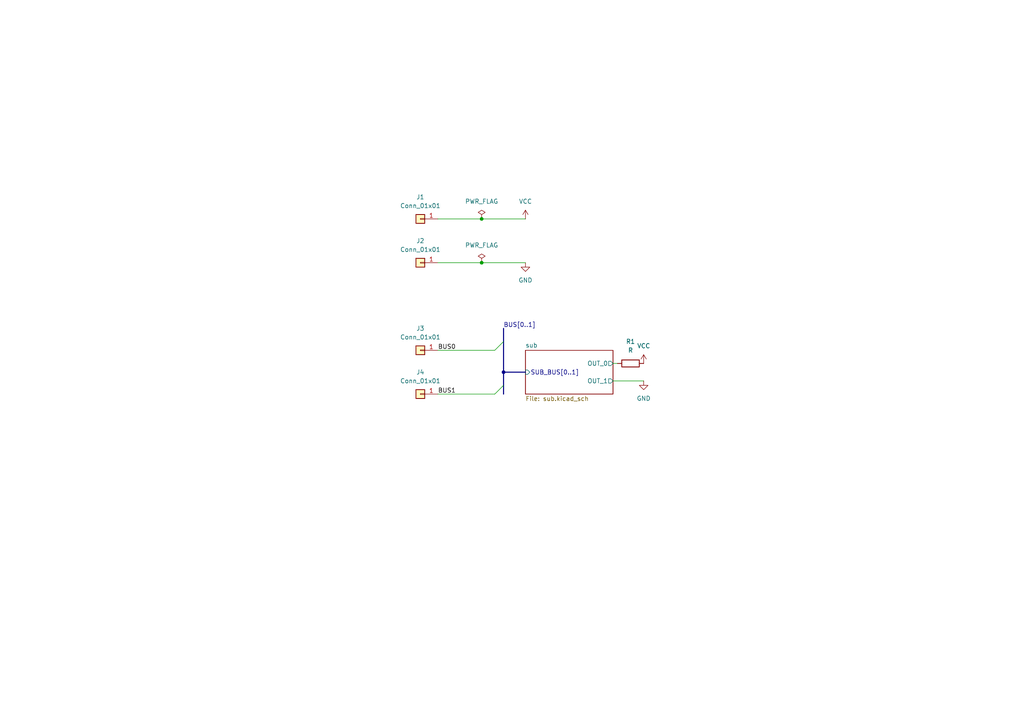
<source format=kicad_sch>
(kicad_sch (version 20231120) (generator "eeschema") (generator_version "8.0")
  (paper "A4")
  (lib_symbols
    (symbol "Connector_Generic:Conn_01x01" (pin_names (offset 1.016) hide)
      (property "Reference" "J" (at 0 2.54 0))
      (property "Value" "Conn_01x01" (at 0 -2.54 0))
      (symbol "Conn_01x01_1_1"
        (rectangle (start -1.27 0.127) (end 0 -0.127) (stroke (width 0.1524)))
        (rectangle (start -1.27 1.27) (end 1.27 -1.27) (stroke (width 0.254)) (fill (type background)))
        (pin passive line (at -5.08 0 0) (length 3.81) (name "Pin_1") (number "1"))
      )
    )
    (symbol "Device:R" (pin_numbers hide) (pin_names (offset 0))
      (property "Reference" "R" (at 2.032 0 90))
      (property "Value" "R" (at 0 0 90))
      (symbol "R_0_1"
        (rectangle (start -1.016 -2.54) (end 1.016 2.54) (stroke (width 0.254)))
      )
      (symbol "R_1_1"
        (pin passive line (at 0 3.81 270) (length 1.27) (name "~") (number "1"))
        (pin passive line (at 0 -3.81 90) (length 1.27) (name "~") (number "2"))
      )
    )
    (symbol "power:GND" (power) (pin_numbers hide) (pin_names (offset 0) hide)
      (property "Value" "GND" (at 0 -3.81 0))
      (symbol "GND_0_1"
        (polyline (pts (xy 0 0) (xy 0 -1.27) (xy 1.27 -1.27) (xy 0 -2.54) (xy -1.27 -1.27) (xy 0 -1.27)))
      )
      (symbol "GND_1_1"
        (pin power_in line (at 0 0 270) (length 0) (name "~") (number "1"))
      )
    )
    (symbol "power:PWR_FLAG" (power) (pin_numbers hide) (pin_names (offset 0) hide)
      (property "Value" "PWR_FLAG" (at 0 3.81 0))
      (symbol "PWR_FLAG_0_0"
        (pin power_out line (at 0 0 90) (length 0) (name "~") (number "1"))
      )
      (symbol "PWR_FLAG_0_1"
        (polyline (pts (xy 0 0) (xy 0 1.27) (xy -1.016 1.905) (xy 0 2.54) (xy 1.016 1.905) (xy 0 1.27)))
      )
    )
    (symbol "power:VCC" (power) (pin_numbers hide) (pin_names (offset 0) hide)
      (property "Value" "VCC" (at 0 3.556 0))
      (symbol "VCC_0_1"
        (polyline (pts (xy -0.762 1.27) (xy 0 2.54)))
        (polyline (pts (xy 0 0) (xy 0 2.54)))
        (polyline (pts (xy 0 2.54) (xy 0.762 1.27)))
      )
      (symbol "VCC_1_1"
        (pin power_in line (at 0 0 90) (length 0) (name "~") (number "1"))
      )
    )
  )
  (junction (at 139.7 76.2))
  (junction (at 146.05 107.95))
  (junction (at 139.7 63.5))
  (bus_entry (at 146.05 99.06) (size -2.54 2.54))
  (bus_entry (at 146.05 111.76) (size -2.54 2.54))
  (bus (pts (xy 146.05 99.06) (xy 146.05 107.95)))
  (wire (pts (xy 127 114.3) (xy 143.51 114.3)))
  (wire (pts (xy 177.8 105.41) (xy 179.07 105.41)))
  (bus (pts (xy 146.05 111.76) (xy 146.05 114.3)))
  (bus (pts (xy 146.05 107.95) (xy 152.4 107.95)))
  (wire (pts (xy 127 101.6) (xy 143.51 101.6)))
  (bus (pts (xy 146.05 95.25) (xy 146.05 99.06)))
  (bus (pts (xy 146.05 107.95) (xy 146.05 111.76)))
  (wire (pts (xy 127 63.5) (xy 139.7 63.5)))
  (wire (pts (xy 127 76.2) (xy 139.7 76.2)))
  (wire (pts (xy 177.8 110.49) (xy 186.69 110.49)))
  (wire (pts (xy 139.7 63.5) (xy 152.4 63.5)))
  (wire (pts (xy 139.7 76.2) (xy 152.4 76.2)))
  (label "BUS0" (at 127 101.6 0))
  (label "BUS[0..1]" (at 146.05 95.25 0))
  (label "BUS1" (at 127 114.3 0))
  (symbol (lib_id "Connector_Generic:Conn_01x01") (at 121.92 76.2 180) (unit 1)
    (property "Reference" "J2" (at 121.92 69.85 0))
    (property "Value" "Conn_01x01" (at 121.92 72.39 0))
    (property "Footprint" "Connector_PinHeader_2.54mm:PinHeader_1x01_P2.54mm_Horizontal" (effects (hide yes)))
    (property "Description" "Generic connector, single row, 01x01, script generated (kicad-library-utils/schlib/autogen/connector/)" (effects (hide yes)))
  )
  (symbol (lib_id "Device:R") (at 182.88 105.41 90) (unit 1)
    (property "Reference" "R1" (at 182.88 99.06 90))
    (property "Value" "R" (at 182.88 101.6 90))
    (property "Footprint" "Resistor_THT:R_Axial_DIN0207_L6.3mm_D2.5mm_P7.62mm_Horizontal" (effects (hide yes)))
    (property "Description" "Resistor" (effects (hide yes)))
  )
  (symbol (lib_id "power:GND") (at 152.4 76.2 0) (unit 1)
    (property "Reference" "#PWR02" (effects (hide yes)))
    (property "Value" "GND" (at 152.4 81.28 0))
    (property "Description" "Power symbol creates a global label with name \"GND\" , ground" (effects (hide yes)))
  )
  (symbol (lib_id "power:VCC") (at 152.4 63.5 0) (unit 1)
    (property "Reference" "#PWR01" (effects (hide yes)))
    (property "Value" "VCC" (at 152.4 58.42 0))
    (property "Description" "Power symbol creates a global label with name \"VCC\"" (effects (hide yes)))
  )
  (symbol (lib_id "power:PWR_FLAG") (at 139.7 76.2 0) (unit 1)
    (property "Reference" "#FLG02" (effects (hide yes)))
    (property "Value" "PWR_FLAG" (at 139.7 71.12 0))
    (property "Description" "Special symbol for telling ERC where power comes from" (effects (hide yes)))
  )
  (symbol (lib_id "power:PWR_FLAG") (at 139.7 63.5 0) (unit 1)
    (property "Reference" "#FLG01" (effects (hide yes)))
    (property "Value" "PWR_FLAG" (at 139.7 58.42 0))
    (property "Description" "Special symbol for telling ERC where power comes from" (effects (hide yes)))
  )
  (symbol (lib_id "Connector_Generic:Conn_01x01") (at 121.92 63.5 180) (unit 1)
    (property "Reference" "J1" (at 121.92 57.15 0))
    (property "Value" "Conn_01x01" (at 121.92 59.69 0))
    (property "Footprint" "Connector_PinHeader_2.54mm:PinHeader_1x01_P2.54mm_Horizontal" (effects (hide yes)))
    (property "Description" "Generic connector, single row, 01x01, script generated (kicad-library-utils/schlib/autogen/connector/)" (effects (hide yes)))
  )
  (symbol (lib_id "Connector_Generic:Conn_01x01") (at 121.92 101.6 180) (unit 1)
    (property "Reference" "J3" (at 121.92 95.25 0))
    (property "Value" "Conn_01x01" (at 121.92 97.79 0))
    (property "Footprint" "Connector_PinHeader_2.54mm:PinHeader_1x01_P2.54mm_Horizontal" (effects (hide yes)))
    (property "Description" "Generic connector, single row, 01x01, script generated (kicad-library-utils/schlib/autogen/connector/)" (effects (hide yes)))
  )
  (symbol (lib_id "power:GND") (at 186.69 110.49 0) (unit 1)
    (property "Reference" "#PWR04" (effects (hide yes)))
    (property "Value" "GND" (at 186.69 115.57 0))
    (property "Description" "Power symbol creates a global label with name \"GND\" , ground" (effects (hide yes)))
  )
  (symbol (lib_id "power:VCC") (at 186.69 105.41 0) (unit 1)
    (property "Reference" "#PWR03" (effects (hide yes)))
    (property "Value" "VCC" (at 186.69 100.33 0))
    (property "Description" "Power symbol creates a global label with name \"VCC\"" (effects (hide yes)))
  )
  (symbol (lib_id "Connector_Generic:Conn_01x01") (at 121.92 114.3 180) (unit 1)
    (property "Reference" "J4" (at 121.92 107.95 0))
    (property "Value" "Conn_01x01" (at 121.92 110.49 0))
    (property "Footprint" "Connector_PinHeader_2.54mm:PinHeader_1x01_P2.54mm_Horizontal" (effects (hide yes)))
    (property "Description" "Generic connector, single row, 01x01, script generated (kicad-library-utils/schlib/autogen/connector/)" (effects (hide yes)))
  )
  (sheet (at 152.4 101.6) (size 25.4 12.7) (stroke (width 0.1524))
    (property "Sheetname" "sub" (at 152.4 100.8884 0) (effects (justify left bottom)))
    (property "Sheetfile" "sub.kicad_sch" (at 152.4 114.8846 0) (effects (justify left top)))
    (pin "SUB_BUS[0..1]" input (at 152.4 107.95 180))
    (pin "OUT_0" output (at 177.8 105.41 0))
    (pin "OUT_1" output (at 177.8 110.49 0))
  )
)
</source>
